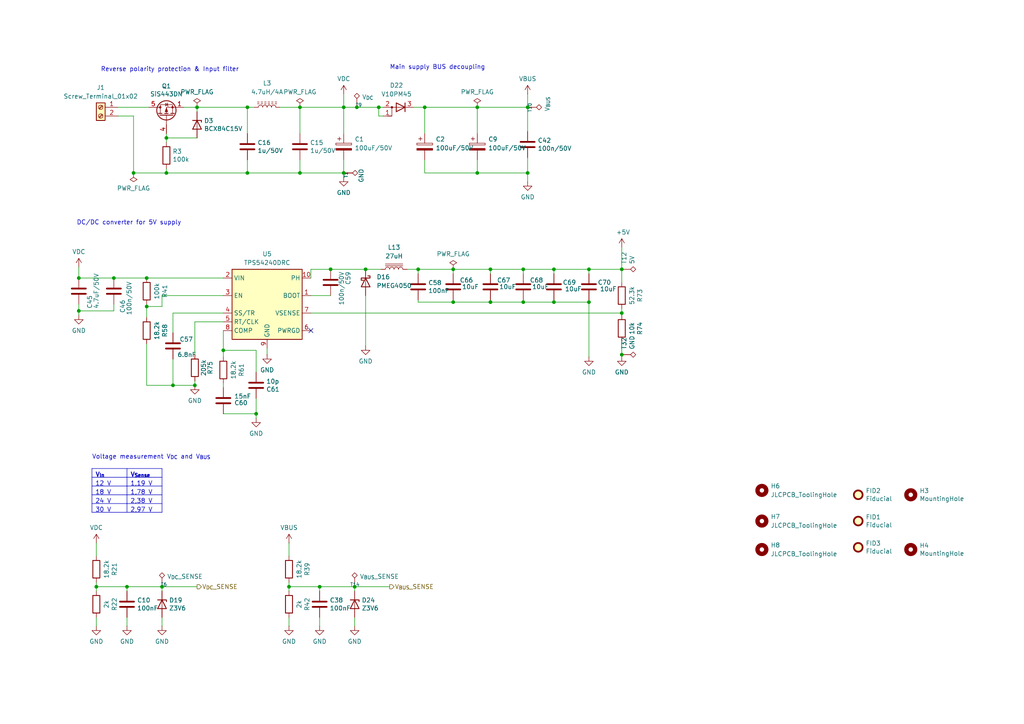
<source format=kicad_sch>
(kicad_sch (version 20250114) (generator "eeschema") (generator_version "9.0")
  (paper "A4")
  (title_block (title "HODOR (Highly flexible Open-source Door Operation Regulator)") (date "2025-02-21") (rev "00") (company "smartintech.de"))
  (lib_symbols
    (symbol "Connector:Screw_Terminal_01x02" (pin_names (offset 1.016) (hide yes))
      (property "Reference" "J" (at 0 2.54 0))
      (property "Value" "Screw_Terminal_01x02" (at 0 -5.08 0))
      (symbol "Screw_Terminal_01x02_1_1"
        (rectangle (start -1.27 1.27) (end 1.27 -3.81) (stroke (width 0.254)) (fill (type background)))
        (polyline (pts (xy -0.5334 0.3302) (xy 0.3302 -0.508)) (stroke (width 0.1524)))
        (polyline (pts (xy -0.5334 -2.2098) (xy 0.3302 -3.048)) (stroke (width 0.1524)))
        (polyline (pts (xy -0.3556 0.508) (xy 0.508 -0.3302)) (stroke (width 0.1524)))
        (polyline (pts (xy -0.3556 -2.032) (xy 0.508 -2.8702)) (stroke (width 0.1524)))
        (circle (center 0 0) (radius 0.635) (stroke (width 0.1524)))
        (circle (center 0 -2.54) (radius 0.635) (stroke (width 0.1524)))
        (pin passive line (at -5.08 0 0) (length 3.81) (name "Pin_1") (number "1"))
        (pin passive line (at -5.08 -2.54 0) (length 3.81) (name "Pin_2") (number "2"))
      )
    )
    (symbol "Connector:TestPoint_Alt" (pin_numbers (hide yes)) (pin_names (offset 0.762) (hide yes))
      (property "Reference" "TP" (at 0 6.858 0))
      (property "Value" "TestPoint_Alt" (at 0 5.08 0))
      (symbol "TestPoint_Alt_0_1"
        (polyline (pts (xy 0 2.54) (xy -0.762 3.302) (xy 0 4.064) (xy 0.762 3.302) (xy 0 2.54)))
      )
      (symbol "TestPoint_Alt_1_1"
        (pin passive line (at 0 0 90) (length 2.54) (name "1") (number "1"))
      )
    )
    (symbol "Converter_DCDC:TPS54240DRC"
      (property "Reference" "U" (at 3.556 -11.938 0))
      (property "Value" "TPS54240DRC" (at -8.89 -11.938 0))
      (symbol "TPS54240DRC_1_1"
        (rectangle (start -10.16 10.16) (end 10.16 -10.16) (stroke (width 0.254)) (fill (type background)))
        (pin power_in line (at -12.7 7.62 0) (length 2.54) (name "VIN") (number "2"))
        (pin input line (at -12.7 2.54 0) (length 2.54) (name "EN") (number "3"))
        (pin passive line (at -12.7 -2.54 0) (length 2.54) (name "SS/TR") (number "4"))
        (pin passive line (at -12.7 -5.08 0) (length 2.54) (name "RT/CLK") (number "5"))
        (pin passive line (at -12.7 -7.62 0) (length 2.54) (name "COMP") (number "8"))
        (pin passive line (at 0 -12.7 90) (length 2.54) (hide yes) (name "GND") (number "11"))
        (pin power_in line (at 0 -12.7 90) (length 2.54) (name "GND") (number "9"))
        (pin power_out line (at 12.7 7.62 180) (length 2.54) (name "PH") (number "10"))
        (pin input line (at 12.7 2.54 180) (length 2.54) (name "BOOT") (number "1"))
        (pin input line (at 12.7 -2.54 180) (length 2.54) (name "VSENSE") (number "7"))
        (pin open_collector line (at 12.7 -7.62 180) (length 2.54) (name "PWRGD") (number "6"))
      )
    )
    (symbol "Device:C" (pin_numbers (hide yes)) (pin_names (offset 0.254))
      (property "Reference" "C" (at 0.635 2.54 0))
      (property "Value" "C" (at 0.635 -2.54 0))
      (symbol "C_0_1"
        (polyline (pts (xy -2.032 0.762) (xy 2.032 0.762)) (stroke (width 0.508)))
        (polyline (pts (xy -2.032 -0.762) (xy 2.032 -0.762)) (stroke (width 0.508)))
      )
      (symbol "C_1_1"
        (pin passive line (at 0 3.81 270) (length 2.794) (name "~") (number "1"))
        (pin passive line (at 0 -3.81 90) (length 2.794) (name "~") (number "2"))
      )
    )
    (symbol "Device:C_Polarized" (pin_numbers (hide yes)) (pin_names (offset 0.254))
      (property "Reference" "C" (at 0.635 2.54 0))
      (property "Value" "C_Polarized" (at 0.635 -2.54 0))
      (symbol "C_Polarized_0_1"
        (rectangle (start -2.286 0.508) (end 2.286 1.016))
        (polyline (pts (xy -1.778 2.286) (xy -0.762 2.286)))
        (polyline (pts (xy -1.27 2.794) (xy -1.27 1.778)))
        (rectangle (start 2.286 -0.508) (end -2.286 -1.016) (fill (type outline)))
      )
      (symbol "C_Polarized_1_1"
        (pin passive line (at 0 3.81 270) (length 2.794) (name "~") (number "1"))
        (pin passive line (at 0 -3.81 90) (length 2.794) (name "~") (number "2"))
      )
    )
    (symbol "Device:D_AAK" (pin_names (offset 0) (hide yes))
      (property "Reference" "D" (at 0 2.54 0))
      (property "Value" "D_AAK" (at 0 -2.54 0))
      (symbol "D_AAK_0_1"
        (polyline (pts (xy -1.27 1.27) (xy -1.27 -1.27)) (stroke (width 0.254)))
        (polyline (pts (xy 1.27 1.27) (xy 1.27 -1.27) (xy -1.27 0) (xy 1.27 1.27)) (stroke (width 0.254)))
        (circle (center 2.54 0) (radius 0.254) (fill (type outline)))
        (polyline (pts (xy 3.81 2.54) (xy 2.54 2.54) (xy 2.54 0) (xy -1.27 0)))
      )
      (symbol "D_AAK_1_1"
        (pin passive line (at -3.81 0 0) (length 2.54) (name "K") (number "3"))
        (pin passive line (at 5.08 2.54 180) (length 2.54) (name "A") (number "1"))
        (pin passive line (at 5.08 0 180) (length 2.54) (name "A") (number "2"))
      )
    )
    (symbol "Device:D_Schottky" (pin_numbers (hide yes)) (pin_names (offset 1.016) (hide yes))
      (property "Reference" "D" (at 0 2.54 0))
      (property "Value" "D_Schottky" (at 0 -2.54 0))
      (symbol "D_Schottky_0_1"
        (polyline (pts (xy -1.905 0.635) (xy -1.905 1.27) (xy -1.27 1.27) (xy -1.27 -1.27) (xy -0.635 -1.27) (xy -0.635 -0.635)) (stroke (width 0.254)))
        (polyline (pts (xy 1.27 1.27) (xy 1.27 -1.27) (xy -1.27 0) (xy 1.27 1.27)) (stroke (width 0.254)))
        (polyline (pts (xy 1.27 0) (xy -1.27 0)))
      )
      (symbol "D_Schottky_1_1"
        (pin passive line (at -3.81 0 0) (length 2.54) (name "K") (number "1"))
        (pin passive line (at 3.81 0 180) (length 2.54) (name "A") (number "2"))
      )
    )
    (symbol "Device:D_Zener" (pin_numbers (hide yes)) (pin_names (offset 1.016) (hide yes))
      (property "Reference" "D" (at 0 2.54 0))
      (property "Value" "D_Zener" (at 0 -2.54 0))
      (symbol "D_Zener_0_1"
        (polyline (pts (xy -1.27 -1.27) (xy -1.27 1.27) (xy -0.762 1.27)) (stroke (width 0.254)))
        (polyline (pts (xy 1.27 0) (xy -1.27 0)))
        (polyline (pts (xy 1.27 -1.27) (xy 1.27 1.27) (xy -1.27 0) (xy 1.27 -1.27)) (stroke (width 0.254)))
      )
      (symbol "D_Zener_1_1"
        (pin passive line (at -3.81 0 0) (length 2.54) (name "K") (number "1"))
        (pin passive line (at 3.81 0 180) (length 2.54) (name "A") (number "2"))
      )
    )
    (symbol "Device:L_Ferrite" (pin_numbers (hide yes)) (pin_names (offset 1.016) (hide yes))
      (property "Reference" "L" (at -1.27 0 90))
      (property "Value" "L_Ferrite" (at 2.794 0 90))
      (symbol "L_Ferrite_0_1"
        (arc (start 0 2.54) (mid 0.6323 1.905) (end 0 1.27))
        (arc (start 0 1.27) (mid 0.6323 0.635) (end 0 0))
        (arc (start 0 0) (mid 0.6323 -0.635) (end 0 -1.27))
        (arc (start 0 -1.27) (mid 0.6323 -1.905) (end 0 -2.54))
        (polyline (pts (xy 1.016 2.286) (xy 1.016 2.794)))
        (polyline (pts (xy 1.016 1.27) (xy 1.016 1.778)))
        (polyline (pts (xy 1.016 0.254) (xy 1.016 0.762)))
        (polyline (pts (xy 1.016 -0.762) (xy 1.016 -0.254)))
        (polyline (pts (xy 1.016 -1.778) (xy 1.016 -1.27)))
        (polyline (pts (xy 1.016 -2.794) (xy 1.016 -2.286)))
        (polyline (pts (xy 1.524 2.794) (xy 1.524 2.286)))
        (polyline (pts (xy 1.524 1.778) (xy 1.524 1.27)))
        (polyline (pts (xy 1.524 0.762) (xy 1.524 0.254)))
        (polyline (pts (xy 1.524 -0.254) (xy 1.524 -0.762)))
        (polyline (pts (xy 1.524 -1.27) (xy 1.524 -1.778)))
        (polyline (pts (xy 1.524 -2.286) (xy 1.524 -2.794)))
      )
      (symbol "L_Ferrite_1_1"
        (pin passive line (at 0 3.81 270) (length 1.27) (name "1") (number "1"))
        (pin passive line (at 0 -3.81 90) (length 1.27) (name "2") (number "2"))
      )
    )
    (symbol "Device:L_Iron" (pin_numbers (hide yes)) (pin_names (offset 1.016) (hide yes))
      (property "Reference" "L" (at -1.27 0 90))
      (property "Value" "L_Iron" (at 2.794 0 90))
      (symbol "L_Iron_0_1"
        (arc (start 0 2.54) (mid 0.6323 1.905) (end 0 1.27))
        (arc (start 0 1.27) (mid 0.6323 0.635) (end 0 0))
        (arc (start 0 0) (mid 0.6323 -0.635) (end 0 -1.27))
        (arc (start 0 -1.27) (mid 0.6323 -1.905) (end 0 -2.54))
        (polyline (pts (xy 1.016 2.54) (xy 1.016 -2.54)))
        (polyline (pts (xy 1.524 -2.54) (xy 1.524 2.54)))
      )
      (symbol "L_Iron_1_1"
        (pin passive line (at 0 3.81 270) (length 1.27) (name "1") (number "1"))
        (pin passive line (at 0 -3.81 90) (length 1.27) (name "2") (number "2"))
      )
    )
    (symbol "Device:R" (pin_numbers (hide yes)) (pin_names (offset 0))
      (property "Reference" "R" (at 2.032 0 90))
      (property "Value" "R" (at 0 0 90))
      (symbol "R_0_1"
        (rectangle (start -1.016 -2.54) (end 1.016 2.54) (stroke (width 0.254)))
      )
      (symbol "R_1_1"
        (pin passive line (at 0 3.81 270) (length 1.27) (name "~") (number "1"))
        (pin passive line (at 0 -3.81 90) (length 1.27) (name "~") (number "2"))
      )
    )
    (symbol "Mechanical:Fiducial" (exclude_from_sim yes) (in_bom no)
      (property "Reference" "FID" (at 0 5.08 0))
      (property "Value" "Fiducial" (at 0 3.175 0))
      (symbol "Fiducial_0_1"
        (circle (center 0 0) (radius 1.27) (stroke (width 0.508)) (fill (type background)))
      )
    )
    (symbol "Mechanical:MountingHole" (pin_names (offset 1.016)) (exclude_from_sim yes) (in_bom no)
      (property "Reference" "H" (at 0 5.08 0))
      (property "Value" "MountingHole" (at 0 3.175 0))
      (symbol "MountingHole_0_1"
        (circle (center 0 0) (radius 1.27) (stroke (width 1.27)))
      )
    )
    (symbol "Transistor_FET:SiS443DN" (pin_names (hide yes))
      (property "Reference" "Q" (at 5.08 1.905 0))
      (property "Value" "SiS443DN" (at 5.08 0 0))
      (symbol "SiS443DN_0_1"
        (polyline (pts (xy 0.254 1.905) (xy 0.254 -1.905)) (stroke (width 0.254)))
        (polyline (pts (xy 0.254 0) (xy -2.54 0)))
        (polyline (pts (xy 0.762 2.286) (xy 0.762 1.27)) (stroke (width 0.254)))
        (polyline (pts (xy 0.762 1.778) (xy 3.302 1.778) (xy 3.302 -1.778) (xy 0.762 -1.778)))
        (polyline (pts (xy 0.762 0.508) (xy 0.762 -0.508)) (stroke (width 0.254)))
        (polyline (pts (xy 0.762 -1.27) (xy 0.762 -2.286)) (stroke (width 0.254)))
        (circle (center 1.651 0) (radius 2.794) (stroke (width 0.254)))
        (polyline (pts (xy 2.286 0) (xy 1.27 0.381) (xy 1.27 -0.381) (xy 2.286 0)) (fill (type outline)))
        (polyline (pts (xy 2.54 2.54) (xy 2.54 1.778)))
        (circle (center 2.54 1.778) (radius 0.254) (fill (type outline)))
        (circle (center 2.54 -1.778) (radius 0.254) (fill (type outline)))
        (polyline (pts (xy 2.54 -2.54) (xy 2.54 0) (xy 0.762 0)))
        (polyline (pts (xy 2.794 -0.508) (xy 2.921 -0.381) (xy 3.683 -0.381) (xy 3.81 -0.254)))
        (polyline (pts (xy 3.302 -0.381) (xy 2.921 0.254) (xy 3.683 0.254) (xy 3.302 -0.381)))
      )
      (symbol "SiS443DN_1_1"
        (pin passive line (at -5.08 0 0) (length 2.54) (name "G") (number "4"))
        (pin passive line (at 2.54 5.08 270) (length 2.54) (name "D") (number "5"))
        (pin passive line (at 2.54 -5.08 90) (length 2.54) (name "S") (number "1"))
        (pin passive line (at 2.54 -5.08 90) (length 2.54) (hide yes) (name "S") (number "2"))
        (pin passive line (at 2.54 -5.08 90) (length 2.54) (hide yes) (name "S") (number "3"))
      )
    )
    (symbol "hodor_custom_parts:JLCPCB_ToolingHole" (pin_names (offset 1.016)) (exclude_from_sim yes) (in_bom no)
      (property "Reference" "H" (at 0 5.08 0))
      (property "Value" "JLCPCB_ToolingHole" (at 0 3.175 0))
      (symbol "JLCPCB_ToolingHole_0_1"
        (circle (center 0 0) (radius 1.27) (stroke (width 1.27)))
      )
    )
    (symbol "power:+5V" (power) (pin_numbers (hide yes)) (pin_names (offset 0) (hide yes))
      (property "Value" "+5V" (at 0 3.556 0))
      (symbol "+5V_0_1"
        (polyline (pts (xy -0.762 1.27) (xy 0 2.54)))
        (polyline (pts (xy 0 2.54) (xy 0.762 1.27)))
        (polyline (pts (xy 0 0) (xy 0 2.54)))
      )
      (symbol "+5V_1_1"
        (pin power_in line (at 0 0 90) (length 0) (name "~") (number "1"))
      )
    )
    (symbol "power:GND" (power) (pin_numbers (hide yes)) (pin_names (offset 0) (hide yes))
      (property "Value" "GND" (at 0 -3.81 0))
      (symbol "GND_0_1"
        (polyline (pts (xy 0 0) (xy 0 -1.27) (xy 1.27 -1.27) (xy 0 -2.54) (xy -1.27 -1.27) (xy 0 -1.27)))
      )
      (symbol "GND_1_1"
        (pin power_in line (at 0 0 270) (length 0) (name "~") (number "1"))
      )
    )
    (symbol "power:PWR_FLAG" (power) (pin_numbers (hide yes)) (pin_names (offset 0) (hide yes))
      (property "Value" "PWR_FLAG" (at 0 3.81 0))
      (symbol "PWR_FLAG_0_0"
        (pin power_out line (at 0 0 90) (length 0) (name "~") (number "1"))
      )
      (symbol "PWR_FLAG_0_1"
        (polyline (pts (xy 0 0) (xy 0 1.27) (xy -1.016 1.905) (xy 0 2.54) (xy 1.016 1.905) (xy 0 1.27)))
      )
    )
    (symbol "power:VBUS" (power) (pin_numbers (hide yes)) (pin_names (offset 0) (hide yes))
      (property "Value" "VBUS" (at 0 3.556 0))
      (symbol "VBUS_0_1"
        (polyline (pts (xy -0.762 1.27) (xy 0 2.54)))
        (polyline (pts (xy 0 2.54) (xy 0.762 1.27)))
        (polyline (pts (xy 0 0) (xy 0 2.54)))
      )
      (symbol "VBUS_1_1"
        (pin power_in line (at 0 0 90) (length 0) (name "~") (number "1"))
      )
    )
    (symbol "power:VDC" (power) (pin_numbers (hide yes)) (pin_names (offset 0) (hide yes))
      (property "Value" "VDC" (at 0 3.556 0))
      (symbol "VDC_0_1"
        (polyline (pts (xy -0.762 1.27) (xy 0 2.54)))
        (polyline (pts (xy 0 2.54) (xy 0.762 1.27)))
        (polyline (pts (xy 0 0) (xy 0 2.54)))
      )
      (symbol "VDC_1_1"
        (pin power_in line (at 0 0 90) (length 0) (name "~") (number "1"))
      )
    )
  )
  (text "DC/DC converter for 5V supply" (at 22.225 65.405 0) (effects (font (size 1.27 1.27)) (justify left bottom)))
  (text "Voltage measurement V_{DC} and V_{BUS}" (at 26.67 133.35 0) (effects (font (size 1.27 1.27)) (justify left bottom)))
  (text "Reverse polarity protection & Input filter" (at 29.21 20.955 0) (effects (font (size 1.27 1.27)) (justify left bottom)))
  (text "Main supply BUS decoupling" (at 113.03 20.32 0) (effects (font (size 1.27 1.27)) (justify left bottom)))
  (junction (at 160.655 87.63))
  (junction (at 99.695 31.115))
  (junction (at 56.515 111.76))
  (junction (at 42.545 88.9))
  (junction (at 36.83 170.18))
  (junction (at 180.34 102.87))
  (junction (at 50.165 111.76))
  (junction (at 138.43 31.115))
  (junction (at 92.71 170.18))
  (junction (at 170.815 87.63))
  (junction (at 48.26 40.005))
  (junction (at 46.99 170.18))
  (junction (at 170.815 78.105))
  (junction (at 102.87 170.18))
  (junction (at 83.82 170.18))
  (junction (at 74.295 120.015))
  (junction (at 64.77 101.6))
  (junction (at 106.045 78.105))
  (junction (at 22.86 90.17))
  (junction (at 86.995 31.115))
  (junction (at 38.735 50.165))
  (junction (at 22.86 80.645))
  (junction (at 86.995 50.165))
  (junction (at 95.885 78.105))
  (junction (at 151.765 78.105))
  (junction (at 71.755 50.165))
  (junction (at 42.545 80.645))
  (junction (at 180.34 78.105))
  (junction (at 131.445 87.63))
  (junction (at 142.24 78.105))
  (junction (at 103.505 31.115))
  (junction (at 33.02 80.645))
  (junction (at 99.695 50.165))
  (junction (at 142.24 87.63))
  (junction (at 27.94 170.18))
  (junction (at 151.765 87.63))
  (junction (at 153.035 50.165))
  (junction (at 180.34 90.805))
  (junction (at 131.445 78.105))
  (junction (at 138.43 50.165))
  (junction (at 153.035 31.115))
  (junction (at 57.15 31.115))
  (junction (at 121.285 78.105))
  (junction (at 71.755 31.115))
  (junction (at 48.26 50.165))
  (junction (at 109.855 31.115))
  (junction (at 123.19 31.115))
  (junction (at 160.655 78.105))
  (no_connect (at 90.17 95.885))
  (wire (pts (xy 170.815 78.105) (xy 170.815 79.375)))
  (wire (pts (xy 42.545 88.9) (xy 42.545 88.265)))
  (wire (pts (xy 86.995 50.165) (xy 99.695 50.165)))
  (wire (pts (xy 95.885 78.105) (xy 106.045 78.105)))
  (wire (pts (xy 180.34 90.805) (xy 180.34 91.44)))
  (wire (pts (xy 83.82 168.91) (xy 83.82 170.18)))
  (wire (pts (xy 38.735 50.165) (xy 48.26 50.165)))
  (wire (pts (xy 57.15 31.115) (xy 71.755 31.115)))
  (wire (pts (xy 138.43 31.115) (xy 123.19 31.115)))
  (wire (pts (xy 111.125 33.655) (xy 109.855 33.655)))
  (wire (pts (xy 33.02 88.265) (xy 33.02 90.17)))
  (wire (pts (xy 170.815 86.995) (xy 170.815 87.63)))
  (wire (pts (xy 118.11 78.105) (xy 121.285 78.105)))
  (wire (pts (xy 102.87 171.45) (xy 102.87 170.18)))
  (wire (pts (xy 50.165 90.805) (xy 50.165 96.52)))
  (wire (pts (xy 36.83 170.18) (xy 46.99 170.18)))
  (wire (pts (xy 138.43 38.735) (xy 138.43 31.115)))
  (wire (pts (xy 138.43 50.165) (xy 138.43 46.355)))
  (wire (pts (xy 160.655 78.105) (xy 170.815 78.105)))
  (wire (pts (xy 56.515 110.49) (xy 56.515 111.76)))
  (wire (pts (xy 56.515 93.345) (xy 56.515 102.87)))
  (wire (pts (xy 86.995 38.735) (xy 86.995 31.115)))
  (wire (pts (xy 71.755 46.355) (xy 71.755 50.165)))
  (wire (pts (xy 92.71 170.18) (xy 102.87 170.18)))
  (wire (pts (xy 71.755 31.115) (xy 73.66 31.115)))
  (wire (pts (xy 71.755 31.115) (xy 71.755 38.735)))
  (wire (pts (xy 86.995 31.115) (xy 99.695 31.115)))
  (wire (pts (xy 131.445 78.105) (xy 131.445 79.375)))
  (wire (pts (xy 153.035 50.165) (xy 153.035 52.705)))
  (wire (pts (xy 27.94 179.07) (xy 27.94 181.61)))
  (wire (pts (xy 180.34 78.105) (xy 180.34 81.915)))
  (wire (pts (xy 83.82 170.18) (xy 83.82 171.45)))
  (wire (pts (xy 103.505 31.115) (xy 109.855 31.115)))
  (wire (pts (xy 131.445 78.105) (xy 142.24 78.105)))
  (wire (pts (xy 180.34 102.87) (xy 180.34 103.505)))
  (wire (pts (xy 131.445 87.63) (xy 142.24 87.63)))
  (wire (pts (xy 102.87 170.18) (xy 113.03 170.18)))
  (wire (pts (xy 34.29 33.655) (xy 38.735 33.655)))
  (wire (pts (xy 106.045 85.725) (xy 106.045 100.33)))
  (wire (pts (xy 153.035 45.72) (xy 153.035 50.165)))
  (wire (pts (xy 180.34 71.755) (xy 180.34 78.105)))
  (wire (pts (xy 151.765 78.105) (xy 160.655 78.105)))
  (wire (pts (xy 38.735 33.655) (xy 38.735 50.165)))
  (wire (pts (xy 153.035 31.115) (xy 153.035 27.305)))
  (wire (pts (xy 74.295 115.57) (xy 74.295 120.015)))
  (wire (pts (xy 99.695 31.115) (xy 99.695 38.735)))
  (wire (pts (xy 99.695 50.165) (xy 99.695 51.435)))
  (wire (pts (xy 46.99 88.9) (xy 42.545 88.9)))
  (wire (pts (xy 123.19 50.165) (xy 123.19 46.355)))
  (wire (pts (xy 160.655 86.995) (xy 160.655 87.63)))
  (wire (pts (xy 138.43 31.115) (xy 153.035 31.115)))
  (wire (pts (xy 83.82 179.07) (xy 83.82 181.61)))
  (wire (pts (xy 99.695 31.115) (xy 103.505 31.115)))
  (wire (pts (xy 50.165 111.76) (xy 56.515 111.76)))
  (wire (pts (xy 99.695 46.355) (xy 99.695 50.165)))
  (wire (pts (xy 42.545 80.645) (xy 64.77 80.645)))
  (wire (pts (xy 160.655 87.63) (xy 170.815 87.63)))
  (wire (pts (xy 64.77 85.725) (xy 46.99 85.725)))
  (wire (pts (xy 180.34 99.06) (xy 180.34 102.87)))
  (wire (pts (xy 142.24 86.995) (xy 142.24 87.63)))
  (wire (pts (xy 64.77 101.6) (xy 74.295 101.6)))
  (wire (pts (xy 109.855 31.115) (xy 109.855 33.655)))
  (wire (pts (xy 48.26 40.005) (xy 57.15 40.005)))
  (wire (pts (xy 64.77 103.505) (xy 64.77 101.6)))
  (wire (pts (xy 34.29 31.115) (xy 43.18 31.115)))
  (wire (pts (xy 48.26 40.005) (xy 48.26 41.275)))
  (wire (pts (xy 46.99 170.18) (xy 57.15 170.18)))
  (wire (pts (xy 27.94 170.18) (xy 36.83 170.18)))
  (wire (pts (xy 99.695 31.115) (xy 99.695 27.305)))
  (wire (pts (xy 22.86 90.17) (xy 22.86 91.44)))
  (wire (pts (xy 48.26 38.735) (xy 48.26 40.005)))
  (wire (pts (xy 77.47 102.87) (xy 77.47 100.965)))
  (wire (pts (xy 42.545 99.695) (xy 42.545 111.76)))
  (wire (pts (xy 81.28 31.115) (xy 86.995 31.115)))
  (wire (pts (xy 142.24 87.63) (xy 151.765 87.63)))
  (wire (pts (xy 48.26 50.165) (xy 48.26 48.895)))
  (wire (pts (xy 90.17 80.645) (xy 90.17 78.105)))
  (wire (pts (xy 131.445 86.995) (xy 131.445 87.63)))
  (wire (pts (xy 106.045 78.105) (xy 110.49 78.105)))
  (wire (pts (xy 138.43 50.165) (xy 123.19 50.165)))
  (wire (pts (xy 83.82 170.18) (xy 92.71 170.18)))
  (wire (pts (xy 64.77 120.015) (xy 74.295 120.015)))
  (wire (pts (xy 121.285 87.63) (xy 131.445 87.63)))
  (wire (pts (xy 22.86 77.47) (xy 22.86 80.645)))
  (wire (pts (xy 102.87 179.07) (xy 102.87 181.61)))
  (wire (pts (xy 142.24 78.105) (xy 142.24 79.375)))
  (wire (pts (xy 121.285 78.105) (xy 131.445 78.105)))
  (wire (pts (xy 36.83 179.07) (xy 36.83 181.61)))
  (wire (pts (xy 27.94 157.48) (xy 27.94 161.29)))
  (wire (pts (xy 138.43 50.165) (xy 153.035 50.165)))
  (wire (pts (xy 42.545 88.9) (xy 42.545 92.075)))
  (wire (pts (xy 57.15 31.115) (xy 57.15 32.385)))
  (wire (pts (xy 92.71 171.45) (xy 92.71 170.18)))
  (wire (pts (xy 170.815 78.105) (xy 180.34 78.105)))
  (wire (pts (xy 33.02 80.645) (xy 42.545 80.645)))
  (wire (pts (xy 160.655 78.105) (xy 160.655 79.375)))
  (wire (pts (xy 123.19 38.735) (xy 123.19 31.115)))
  (wire (pts (xy 71.755 50.165) (xy 86.995 50.165)))
  (wire (pts (xy 153.035 38.1) (xy 153.035 31.115)))
  (wire (pts (xy 48.26 50.165) (xy 71.755 50.165)))
  (wire (pts (xy 46.99 85.725) (xy 46.99 88.9)))
  (wire (pts (xy 90.17 85.725) (xy 95.885 85.725)))
  (wire (pts (xy 22.86 80.645) (xy 33.02 80.645)))
  (wire (pts (xy 86.995 46.355) (xy 86.995 50.165)))
  (wire (pts (xy 109.855 31.115) (xy 111.125 31.115)))
  (wire (pts (xy 74.295 107.95) (xy 74.295 101.6)))
  (wire (pts (xy 121.285 78.105) (xy 121.285 79.375)))
  (wire (pts (xy 64.77 111.125) (xy 64.77 112.395)))
  (wire (pts (xy 46.99 179.07) (xy 46.99 181.61)))
  (wire (pts (xy 120.015 31.115) (xy 123.19 31.115)))
  (wire (pts (xy 121.285 87.63) (xy 121.285 86.995)))
  (wire (pts (xy 64.77 95.885) (xy 64.77 101.6)))
  (wire (pts (xy 64.77 93.345) (xy 56.515 93.345)))
  (wire (pts (xy 46.99 171.45) (xy 46.99 170.18)))
  (wire (pts (xy 90.17 78.105) (xy 95.885 78.105)))
  (wire (pts (xy 90.17 90.805) (xy 180.34 90.805)))
  (wire (pts (xy 83.82 157.48) (xy 83.82 161.29)))
  (wire (pts (xy 170.815 87.63) (xy 170.815 103.505)))
  (wire (pts (xy 180.34 89.535) (xy 180.34 90.805)))
  (wire (pts (xy 151.765 86.995) (xy 151.765 87.63)))
  (wire (pts (xy 53.34 31.115) (xy 57.15 31.115)))
  (wire (pts (xy 27.94 170.18) (xy 27.94 171.45)))
  (wire (pts (xy 22.86 88.265) (xy 22.86 90.17)))
  (wire (pts (xy 64.77 90.805) (xy 50.165 90.805)))
  (wire (pts (xy 151.765 87.63) (xy 160.655 87.63)))
  (wire (pts (xy 92.71 179.07) (xy 92.71 181.61)))
  (wire (pts (xy 42.545 111.76) (xy 50.165 111.76)))
  (wire (pts (xy 50.165 104.14) (xy 50.165 111.76)))
  (wire (pts (xy 151.765 78.105) (xy 151.765 79.375)))
  (wire (pts (xy 36.83 171.45) (xy 36.83 170.18)))
  (wire (pts (xy 142.24 78.105) (xy 151.765 78.105)))
  (wire (pts (xy 33.02 90.17) (xy 22.86 90.17)))
  (wire (pts (xy 74.295 120.015) (xy 74.295 121.285)))
  (wire (pts (xy 27.94 168.91) (xy 27.94 170.18)))
  (table (column_count 2) (border (external yes) (header yes)) (separators (rows yes) (cols yes)) (column_widths 10.16 10.16) (row_heights 2.54 2.54 2.54 2.54 2.54) (cells (table_cell "V_{In}" (at 26.67 135.89 0) (size 10.16 2.54) (margins 0.9525 0.9525 0.9525 0.9525) (span 1 1)) (table_cell "V_{Sense}" (at 36.83 135.89 0) (size 10.16 2.54) (margins 0.9525 0.9525 0.9525 0.9525) (span 1 1)) (table_cell "12 V" (at 26.67 138.43 0) (size 10.16 2.54) (margins 0.9525 0.9525 0.9525 0.9525) (span 1 1)) (table_cell "1,19 V" (at 36.83 138.43 0) (size 10.16 2.54) (margins 0.9525 0.9525 0.9525 0.9525) (span 1 1)) (table_cell "18 V" (at 26.67 140.97 0) (size 10.16 2.54) (margins 0.9525 0.9525 0.9525 0.9525) (span 1 1)) (table_cell "1,78 V" (at 36.83 140.97 0) (size 10.16 2.54) (margins 0.9525 0.9525 0.9525 0.9525) (span 1 1)) (table_cell "24 V" (at 26.67 143.51 0) (size 10.16 2.54) (margins 0.9525 0.9525 0.9525 0.9525) (span 1 1)) (table_cell "2,38 V" (at 36.83 143.51 0) (size 10.16 2.54) (margins 0.9525 0.9525 0.9525 0.9525) (span 1 1)) (table_cell "30 V" (at 26.67 146.05 0) (size 10.16 2.54) (margins 0.9525 0.9525 0.9525 0.9525) (span 1 1)) (table_cell "2,97 V" (at 36.83 146.05 0) (size 10.16 2.54) (margins 0.9525 0.9525 0.9525 0.9525) (span 1 1))))
  (hierarchical_label "V_{BUS}_SENSE" (shape output) (at 113.03 170.18 0))
  (hierarchical_label "V_{DC}_SENSE" (shape output) (at 57.15 170.18 0))
  (symbol (lib_id "Mechanical:MountingHole") (at 264.16 143.51 0) (unit 1)
    (property "Reference" "H3" (at 266.7 142.3416 0) (effects (justify left)))
    (property "Value" "MountingHole" (at 266.7 144.653 0) (effects (justify left)))
    (property "Footprint" "MountingHole:MountingHole_3.2mm_M3" (effects (hide yes)))
    (property "Description" "Mounting Hole without connection" (effects (hide yes)))
  )
  (symbol (lib_id "Mechanical:Fiducial") (at 248.92 143.51 0) (unit 1)
    (property "Reference" "FID2" (at 251.079 142.3416 0) (effects (justify left)))
    (property "Value" "Fiducial" (at 251.079 144.653 0) (effects (justify left)))
    (property "Footprint" "Fiducial:Fiducial_1mm_Mask2mm" (effects (hide yes)))
    (property "Description" "Fiducial Marker" (effects (hide yes)))
  )
  (symbol (lib_id "Mechanical:Fiducial") (at 248.92 151.13 0) (unit 1)
    (property "Reference" "FID1" (at 251.079 149.9616 0) (effects (justify left)))
    (property "Value" "Fiducial" (at 251.079 152.273 0) (effects (justify left)))
    (property "Footprint" "Fiducial:Fiducial_1mm_Mask2mm" (effects (hide yes)))
    (property "Description" "Fiducial Marker" (effects (hide yes)))
  )
  (symbol (lib_id "Mechanical:Fiducial") (at 248.92 158.75 0) (unit 1)
    (property "Reference" "FID3" (at 251.079 157.5816 0) (effects (justify left)))
    (property "Value" "Fiducial" (at 251.079 159.893 0) (effects (justify left)))
    (property "Footprint" "Fiducial:Fiducial_1mm_Mask2mm" (effects (hide yes)))
    (property "Description" "Fiducial Marker" (effects (hide yes)))
  )
  (symbol (lib_id "Device:C") (at 153.035 41.91 0) (unit 1)
    (property "Reference" "C42" (at 155.956 40.7416 0) (effects (justify left)))
    (property "Value" "100n/50V" (at 155.956 43.053 0) (effects (justify left)))
    (property "Footprint" "Capacitor_SMD:C_0603_1608Metric" (effects (hide yes)))
    (property "Description" "Unpolarized capacitor" (effects (hide yes)))
  )
  (symbol (lib_id "Transistor_FET:SiS443DN") (at 48.26 33.655 90) (unit 1)
    (property "Reference" "Q1" (at 48.26 24.9682 90))
    (property "Value" "SiS443DN" (at 48.26 27.2796 90))
    (property "Footprint" "Package_SO:Vishay_PowerPAK_1212-8_Single" (effects (hide yes)))
    (property "Datasheet" "https://www.vishay.com/docs/63253/sis443dn.pdf" (effects (hide yes)))
    (property "Description" "-35A Id, -40V Vds, P-Channel MOSFET, PowerPAK 1212-8 Single" (effects (hide yes)))
  )
  (symbol (lib_id "Device:R") (at 48.26 45.085 0) (unit 1)
    (property "Reference" "R3" (at 50.038 43.9166 0) (effects (justify left)))
    (property "Value" "100k" (at 50.038 46.228 0) (effects (justify left)))
    (property "Footprint" "Resistor_SMD:R_0402_1005Metric" (effects (hide yes)))
    (property "Description" "Resistor" (effects (hide yes)))
  )
  (symbol (lib_id "Device:D_Zener") (at 57.15 36.195 270) (unit 1)
    (property "Reference" "D3" (at 59.182 35.0266 90) (effects (justify left)))
    (property "Value" "BCX84C15V" (at 59.182 37.338 90) (effects (justify left)))
    (property "Footprint" "Diode_SMD:D_SOD-523" (effects (hide yes)))
    (property "Description" "Zener diode" (effects (hide yes)))
  )
  (symbol (lib_id "Device:C") (at 86.995 42.545 0) (unit 1)
    (property "Reference" "C15" (at 89.916 41.3766 0) (effects (justify left)))
    (property "Value" "1u/50V" (at 89.916 43.688 0) (effects (justify left)))
    (property "Footprint" "Capacitor_SMD:C_0805_2012Metric" (effects (hide yes)))
    (property "Description" "Unpolarized capacitor" (effects (hide yes)))
  )
  (symbol (lib_id "Device:R") (at 27.94 165.1 180) (unit 1)
    (property "Reference" "R21" (at 33.1978 165.1 90))
    (property "Value" "18.2k" (at 30.8864 165.1 90))
    (property "Footprint" "Resistor_SMD:R_0402_1005Metric" (effects (hide yes)))
    (property "Description" "Resistor" (effects (hide yes)))
  )
  (symbol (lib_id "Device:R") (at 27.94 175.26 180) (unit 1)
    (property "Reference" "R22" (at 33.1978 175.26 90))
    (property "Value" "2k" (at 30.8864 175.26 90))
    (property "Footprint" "Resistor_SMD:R_0402_1005Metric" (effects (hide yes)))
    (property "Description" "Resistor" (effects (hide yes)))
  )
  (symbol (lib_id "Device:C") (at 36.83 175.26 0) (unit 1)
    (property "Reference" "C10" (at 39.751 174.0916 0) (effects (justify left)))
    (property "Value" "100nF" (at 39.751 176.403 0) (effects (justify left)))
    (property "Footprint" "Capacitor_SMD:C_0402_1005Metric" (effects (hide yes)))
    (property "Description" "Unpolarized capacitor" (effects (hide yes)))
  )
  (symbol (lib_id "Device:D_Zener") (at 46.99 175.26 270) (unit 1)
    (property "Reference" "D19" (at 49.022 174.0916 90) (effects (justify left)))
    (property "Value" "Z3V6" (at 49.022 176.403 90) (effects (justify left)))
    (property "Footprint" "Diode_SMD:D_SOD-523" (effects (hide yes)))
    (property "Description" "Zener diode" (effects (hide yes)))
  )
  (symbol (lib_id "Connector:TestPoint_Alt") (at 180.34 102.87 270) (unit 1) (in_bom no)
    (property "Reference" "T32" (at 181.0004 101.3968 0) (effects (justify right)))
    (property "Value" "GND" (at 183.3118 101.3968 0) (effects (justify right)))
    (property "Footprint" "TestPoint:TestPoint_Pad_1.0x1.0mm" (effects (hide yes)))
    (property "Description" "test point (alternative shape)" (effects (hide yes)))
  )
  (symbol (lib_id "Connector:TestPoint_Alt") (at 180.34 78.105 270) (unit 1) (in_bom no)
    (property "Reference" "T12" (at 181.0004 76.6318 0) (effects (justify right)))
    (property "Value" "5V" (at 183.3118 76.6318 0) (effects (justify right)))
    (property "Footprint" "TestPoint:TestPoint_Pad_D1.0mm" (effects (hide yes)))
    (property "Description" "test point (alternative shape)" (effects (hide yes)))
  )
  (symbol (lib_id "Device:C") (at 142.24 83.185 0) (unit 1)
    (property "Reference" "C67" (at 144.145 81.28 0) (effects (justify left)))
    (property "Value" "10uF" (at 144.78 83.185 0) (effects (justify left)))
    (property "Footprint" "Capacitor_SMD:C_0805_2012Metric" (effects (hide yes)))
    (property "Description" "Unpolarized capacitor" (effects (hide yes)))
  )
  (symbol (lib_id "Device:C_Polarized") (at 123.19 42.545 0) (unit 1)
    (property "Reference" "C2" (at 126.365 40.3859 0) (effects (justify left)))
    (property "Value" "100uF/50V" (at 126.365 42.9259 0) (effects (justify left)))
    (property "Footprint" "Capacitor_SMD:C_Elec_8x10.2" (effects (hide yes)))
    (property "Description" "Polarized capacitor" (effects (hide yes)))
  )
  (symbol (lib_id "Device:R") (at 64.77 107.315 180) (unit 1)
    (property "Reference" "R61" (at 70.0278 107.315 90))
    (property "Value" "18.2k" (at 67.7164 107.315 90))
    (property "Footprint" "Resistor_SMD:R_0402_1005Metric" (effects (hide yes)))
    (property "Description" "Resistor" (effects (hide yes)))
  )
  (symbol (lib_id "hodor_custom_parts:JLCPCB_ToolingHole") (at 220.98 142.24 0) (unit 1) (exclude_from_sim yes) (in_bom no)
    (property "Reference" "H6" (at 223.52 140.9699 0) (effects (justify left)))
    (property "Value" "JLCPCB_ToolingHole" (at 223.52 143.5099 0) (effects (justify left)))
    (property "Footprint" "hodor_footprints:JLCPCB_ToolingHole" (effects (hide yes)))
    (property "Description" "JLCPCB Tooling Hole" (effects (hide yes)))
  )
  (symbol (lib_id "Device:D_Zener") (at 102.87 175.26 270) (unit 1)
    (property "Reference" "D24" (at 104.902 174.0916 90) (effects (justify left)))
    (property "Value" "Z3V6" (at 104.902 176.403 90) (effects (justify left)))
    (property "Footprint" "Diode_SMD:D_SOD-523" (effects (hide yes)))
    (property "Description" "Zener diode" (effects (hide yes)))
  )
  (symbol (lib_id "power:VBUS") (at 153.035 27.305 0) (unit 1)
    (property "Reference" "#PWR047" (effects (hide yes)))
    (property "Value" "VBUS" (at 153.035 22.86 0))
    (property "Description" "Power symbol creates a global label with name \"VBUS\"" (effects (hide yes)))
  )
  (symbol (lib_id "power:GND") (at 180.34 103.505 0) (unit 1)
    (property "Reference" "#PWR016" (effects (hide yes)))
    (property "Value" "GND" (at 180.34 107.95 0))
    (property "Description" "Power symbol creates a global label with name \"GND\" , ground" (effects (hide yes)))
  )
  (symbol (lib_id "power:VBUS") (at 83.82 157.48 0) (unit 1)
    (property "Reference" "#PWR09" (effects (hide yes)))
    (property "Value" "VBUS" (at 83.82 153.035 0))
    (property "Description" "Power symbol creates a global label with name \"VBUS\"" (effects (hide yes)))
  )
  (symbol (lib_id "Device:C") (at 22.86 84.455 0) (unit 1)
    (property "Reference" "C45" (at 26.035 89.535 90) (effects (justify left)))
    (property "Value" "4.7uF/50V" (at 27.94 89.535 90) (effects (justify left)))
    (property "Footprint" "Capacitor_SMD:C_1206_3216Metric" (effects (hide yes)))
    (property "Description" "Unpolarized capacitor" (effects (hide yes)))
  )
  (symbol (lib_id "Device:R") (at 42.545 84.455 180) (unit 1)
    (property "Reference" "R41" (at 47.8028 84.455 90))
    (property "Value" "100k" (at 45.4914 84.455 90))
    (property "Footprint" "Resistor_SMD:R_0402_1005Metric" (effects (hide yes)))
    (property "Description" "Resistor" (effects (hide yes)))
  )
  (symbol (lib_id "power:GND") (at 77.47 102.87 0) (unit 1)
    (property "Reference" "#PWR0106" (effects (hide yes)))
    (property "Value" "GND" (at 77.47 107.315 0))
    (property "Description" "Power symbol creates a global label with name \"GND\" , ground" (effects (hide yes)))
  )
  (symbol (lib_id "Mechanical:MountingHole") (at 264.16 159.385 0) (unit 1)
    (property "Reference" "H4" (at 266.7 158.2166 0) (effects (justify left)))
    (property "Value" "MountingHole" (at 266.7 160.528 0) (effects (justify left)))
    (property "Footprint" "MountingHole:MountingHole_3.2mm_M3" (effects (hide yes)))
    (property "Description" "Mounting Hole without connection" (effects (hide yes)))
  )
  (symbol (lib_id "Connector:TestPoint_Alt") (at 102.87 170.18 0) (mirror y) (unit 1) (in_bom no)
    (property "Reference" "T14" (at 104.3432 169.5196 0) (effects (font (size 0.9906 0.9906)) (justify left)))
    (property "Value" "V_{BUS}_SENSE" (at 104.3432 167.2082 0) (effects (justify right)))
    (property "Footprint" "TestPoint:TestPoint_Pad_D1.0mm" (effects (hide yes)))
    (property "Description" "test point (alternative shape)" (effects (hide yes)))
  )
  (symbol (lib_id "hodor_custom_parts:JLCPCB_ToolingHole") (at 220.98 151.13 0) (unit 1) (exclude_from_sim yes) (in_bom no)
    (property "Reference" "H7" (at 223.52 149.8599 0) (effects (justify left)))
    (property "Value" "JLCPCB_ToolingHole" (at 223.52 152.3999 0) (effects (justify left)))
    (property "Footprint" "hodor_footprints:JLCPCB_ToolingHole" (effects (hide yes)))
    (property "Description" "JLCPCB Tooling Hole" (effects (hide yes)))
  )
  (symbol (lib_id "Device:R") (at 83.82 175.26 180) (unit 1)
    (property "Reference" "R42" (at 89.0778 175.26 90))
    (property "Value" "2k" (at 86.7664 175.26 90))
    (property "Footprint" "Resistor_SMD:R_0402_1005Metric" (effects (hide yes)))
    (property "Description" "Resistor" (effects (hide yes)))
  )
  (symbol (lib_id "power:GND") (at 22.86 91.44 0) (unit 1)
    (property "Reference" "#PWR0114" (effects (hide yes)))
    (property "Value" "GND" (at 22.86 95.885 0))
    (property "Description" "Power symbol creates a global label with name \"GND\" , ground" (effects (hide yes)))
  )
  (symbol (lib_id "power:GND") (at 170.815 103.505 0) (unit 1)
    (property "Reference" "#PWR017" (effects (hide yes)))
    (property "Value" "GND" (at 170.815 107.95 0))
    (property "Description" "Power symbol creates a global label with name \"GND\" , ground" (effects (hide yes)))
  )
  (symbol (lib_id "Device:R") (at 180.34 85.725 180) (unit 1)
    (property "Reference" "R73" (at 185.5978 85.725 90))
    (property "Value" "52.3k" (at 183.2864 85.725 90))
    (property "Footprint" "Resistor_SMD:R_0402_1005Metric" (effects (hide yes)))
    (property "Description" "Resistor" (effects (hide yes)))
  )
  (symbol (lib_id "Device:C") (at 121.285 83.185 0) (unit 1)
    (property "Reference" "C58" (at 124.206 82.0166 0) (effects (justify left)))
    (property "Value" "100nF" (at 124.206 84.328 0) (effects (justify left)))
    (property "Footprint" "Capacitor_SMD:C_0402_1005Metric" (effects (hide yes)))
    (property "Description" "Unpolarized capacitor" (effects (hide yes)))
  )
  (symbol (lib_id "Device:L_Ferrite") (at 77.47 31.115 90) (unit 1)
    (property "Reference" "L3" (at 77.47 24.13 90))
    (property "Value" "4.7uH/4A" (at 77.47 26.67 90))
    (property "Footprint" "Inductor_SMD:L_Wuerth_MAPI-4020" (effects (hide yes)))
    (property "Description" "Inductor with ferrite core" (effects (hide yes)))
  )
  (symbol (lib_id "power:+5V") (at 180.34 71.755 0) (unit 1)
    (property "Reference" "#PWR0128" (effects (hide yes)))
    (property "Value" "+5V" (at 180.721 67.3608 0))
    (property "Description" "Power symbol creates a global label with name \"+5V\"" (effects (hide yes)))
  )
  (symbol (lib_id "power:PWR_FLAG") (at 131.445 78.105 0) (unit 1)
    (property "Reference" "#FLG02" (effects (hide yes)))
    (property "Value" "PWR_FLAG" (at 131.445 73.66 0))
    (property "Description" "Special symbol for telling ERC where power comes from" (effects (hide yes)))
  )
  (symbol (lib_id "power:GND") (at 56.515 111.76 0) (unit 1)
    (property "Reference" "#PWR0113" (effects (hide yes)))
    (property "Value" "GND" (at 56.515 116.205 0))
    (property "Description" "Power symbol creates a global label with name \"GND\" , ground" (effects (hide yes)))
  )
  (symbol (lib_id "Device:R") (at 42.545 95.885 180) (unit 1)
    (property "Reference" "R58" (at 47.8028 95.885 90))
    (property "Value" "18.2k" (at 45.4914 95.885 90))
    (property "Footprint" "Resistor_SMD:R_0402_1005Metric" (effects (hide yes)))
    (property "Description" "Resistor" (effects (hide yes)))
  )
  (symbol (lib_id "Device:C") (at 74.295 111.76 0) (mirror x) (unit 1)
    (property "Reference" "C61" (at 77.216 112.9284 0) (effects (justify left)))
    (property "Value" "10p" (at 77.216 110.617 0) (effects (justify left)))
    (property "Footprint" "Capacitor_SMD:C_0402_1005Metric" (effects (hide yes)))
    (property "Description" "Unpolarized capacitor" (effects (hide yes)))
  )
  (symbol (lib_id "Converter_DCDC:TPS54240DRC") (at 77.47 88.265 0) (unit 1)
    (property "Reference" "U5" (at 77.47 73.66 0))
    (property "Value" "TPS54240DRC" (at 77.47 76.2 0))
    (property "Footprint" "Package_SON:Texas_DRC0010J_ThermalVias" (effects (hide yes)))
    (property "Datasheet" "http://www.ti.com/lit/ds/symlink/tps54240.pdf" (effects (hide yes)))
    (property "Description" "3.5-V to 42-V 2.5A Step-Down DC DC Converter, VSON-10" (effects (hide yes)))
  )
  (symbol (lib_id "power:VDC") (at 22.86 77.47 0) (unit 1)
    (property "Reference" "#PWR099" (effects (hide yes)))
    (property "Value" "VDC" (at 22.86 73.025 0))
    (property "Description" "Power symbol creates a global label with name \"VDC\"" (effects (hide yes)))
  )
  (symbol (lib_id "power:GND") (at 74.295 121.285 0) (unit 1)
    (property "Reference" "#PWR0112" (effects (hide yes)))
    (property "Value" "GND" (at 74.295 125.73 0))
    (property "Description" "Power symbol creates a global label with name \"GND\" , ground" (effects (hide yes)))
  )
  (symbol (lib_id "Device:C_Polarized") (at 99.695 42.545 0) (unit 1)
    (property "Reference" "C1" (at 102.87 40.3859 0) (effects (justify left)))
    (property "Value" "100uF/50V" (at 102.87 42.9259 0) (effects (justify left)))
    (property "Footprint" "Capacitor_SMD:C_Elec_8x10.2" (effects (hide yes)))
    (property "Description" "Polarized capacitor" (effects (hide yes)))
  )
  (symbol (lib_id "power:GND") (at 36.83 181.61 0) (unit 1)
    (property "Reference" "#PWR0135" (effects (hide yes)))
    (property "Value" "GND" (at 36.83 186.055 0))
    (property "Description" "Power symbol creates a global label with name \"GND\" , ground" (effects (hide yes)))
  )
  (symbol (lib_id "power:GND") (at 153.035 52.705 0) (unit 1)
    (property "Reference" "#PWR013" (effects (hide yes)))
    (property "Value" "GND" (at 153.035 57.15 0))
    (property "Description" "Power symbol creates a global label with name \"GND\" , ground" (effects (hide yes)))
  )
  (symbol (lib_id "Device:D_Schottky") (at 106.045 81.915 270) (unit 1)
    (property "Reference" "D16" (at 109.22 80.3274 90) (effects (justify left)))
    (property "Value" "PMEG4050" (at 109.22 82.8674 90) (effects (justify left)))
    (property "Footprint" "Diode_SMD:D_SMB" (effects (hide yes)))
    (property "Description" "Schottky diode" (effects (hide yes)))
  )
  (symbol (lib_id "Device:C_Polarized") (at 138.43 42.545 0) (unit 1)
    (property "Reference" "C9" (at 141.605 40.3859 0) (effects (justify left)))
    (property "Value" "100uF/50V" (at 141.605 42.9259 0) (effects (justify left)))
    (property "Footprint" "Capacitor_SMD:C_Elec_8x10.2" (effects (hide yes)))
    (property "Description" "Polarized capacitor" (effects (hide yes)))
  )
  (symbol (lib_id "Connector:TestPoint_Alt") (at 103.505 31.115 0) (mirror y) (unit 1) (in_bom no)
    (property "Reference" "T9" (at 104.9782 30.4546 0) (effects (font (size 0.9906 0.9906)) (justify left)))
    (property "Value" "V_{DC}" (at 104.9782 28.1432 0) (effects (justify right)))
    (property "Footprint" "TestPoint:TestPoint_Pad_D1.0mm" (effects (hide yes)))
    (property "Description" "test point (alternative shape)" (effects (hide yes)))
  )
  (symbol (lib_id "power:GND") (at 92.71 181.61 0) (unit 1)
    (property "Reference" "#PWR0142" (effects (hide yes)))
    (property "Value" "GND" (at 92.71 186.055 0))
    (property "Description" "Power symbol creates a global label with name \"GND\" , ground" (effects (hide yes)))
  )
  (symbol (lib_id "power:PWR_FLAG") (at 57.15 31.115 0) (unit 1)
    (property "Reference" "#FLG01" (effects (hide yes)))
    (property "Value" "PWR_FLAG" (at 57.15 26.67 0))
    (property "Description" "Special symbol for telling ERC where power comes from" (effects (hide yes)))
  )
  (symbol (lib_id "power:VDC") (at 27.94 157.48 0) (unit 1)
    (property "Reference" "#PWR0100" (effects (hide yes)))
    (property "Value" "VDC" (at 27.94 153.035 0))
    (property "Description" "Power symbol creates a global label with name \"VDC\"" (effects (hide yes)))
  )
  (symbol (lib_id "power:GND") (at 106.045 100.33 0) (unit 1)
    (property "Reference" "#PWR068" (effects (hide yes)))
    (property "Value" "GND" (at 106.045 104.775 0))
    (property "Description" "Power symbol creates a global label with name \"GND\" , ground" (effects (hide yes)))
  )
  (symbol (lib_id "power:PWR_FLAG") (at 86.995 31.115 0) (unit 1)
    (property "Reference" "#FLG013" (effects (hide yes)))
    (property "Value" "PWR_FLAG" (at 86.995 26.67 0))
    (property "Description" "Special symbol for telling ERC where power comes from" (effects (hide yes)))
  )
  (symbol (lib_id "Device:R") (at 180.34 95.25 180) (unit 1)
    (property "Reference" "R74" (at 185.5978 95.25 90))
    (property "Value" "10k" (at 183.2864 95.25 90))
    (property "Footprint" "Resistor_SMD:R_0402_1005Metric" (effects (hide yes)))
    (property "Description" "Resistor" (effects (hide yes)))
  )
  (symbol (lib_id "Device:C") (at 131.445 83.185 0) (unit 1)
    (property "Reference" "C66" (at 133.35 81.28 0) (effects (justify left)))
    (property "Value" "10uF" (at 133.985 83.185 0) (effects (justify left)))
    (property "Footprint" "Capacitor_SMD:C_0805_2012Metric" (effects (hide yes)))
    (property "Description" "Unpolarized capacitor" (effects (hide yes)))
  )
  (symbol (lib_id "power:GND") (at 99.695 51.435 0) (unit 1)
    (property "Reference" "#PWR04" (effects (hide yes)))
    (property "Value" "GND" (at 99.695 55.88 0))
    (property "Description" "Power symbol creates a global label with name \"GND\" , ground" (effects (hide yes)))
  )
  (symbol (lib_id "power:GND") (at 46.99 181.61 0) (unit 1)
    (property "Reference" "#PWR0136" (effects (hide yes)))
    (property "Value" "GND" (at 46.99 186.055 0))
    (property "Description" "Power symbol creates a global label with name \"GND\" , ground" (effects (hide yes)))
  )
  (symbol (lib_id "Connector:TestPoint_Alt") (at 99.695 50.165 270) (mirror x) (unit 1) (in_bom no)
    (property "Reference" "T1" (at 100.3554 51.6382 0) (effects (font (size 0.9906 0.9906)) (justify left)))
    (property "Value" "GND" (at 104.775 48.895 0) (effects (justify right)))
    (property "Footprint" "TestPoint:TestPoint_Pad_1.0x1.0mm" (effects (hide yes)))
    (property "Description" "test point (alternative shape)" (effects (hide yes)))
  )
  (symbol (lib_id "power:GND") (at 102.87 181.61 0) (unit 1)
    (property "Reference" "#PWR0143" (effects (hide yes)))
    (property "Value" "GND" (at 102.87 186.055 0))
    (property "Description" "Power symbol creates a global label with name \"GND\" , ground" (effects (hide yes)))
  )
  (symbol (lib_id "Device:C") (at 33.02 84.455 0) (unit 1)
    (property "Reference" "C46" (at 35.56 90.805 90) (effects (justify left)))
    (property "Value" "100n/50V" (at 37.465 91.44 90) (effects (justify left)))
    (property "Footprint" "Capacitor_SMD:C_0603_1608Metric" (effects (hide yes)))
    (property "Description" "Unpolarized capacitor" (effects (hide yes)))
  )
  (symbol (lib_id "Device:D_AAK") (at 116.205 31.115 180) (unit 1)
    (property "Reference" "D22" (at 114.9985 24.765 0))
    (property "Value" "V10PM45" (at 114.9985 27.305 0))
    (property "Footprint" "Package_TO_SOT_SMD:TO-277A" (effects (hide yes)))
    (property "Description" "Diode, anode on pins 1 and 2" (effects (hide yes)))
  )
  (symbol (lib_id "Device:C") (at 64.77 116.205 0) (mirror x) (unit 1)
    (property "Reference" "C60" (at 67.945 116.84 0) (effects (justify left)))
    (property "Value" "15nF" (at 67.945 114.935 0) (effects (justify left)))
    (property "Footprint" "Capacitor_SMD:C_0402_1005Metric" (effects (hide yes)))
    (property "Description" "Unpolarized capacitor" (effects (hide yes)))
  )
  (symbol (lib_id "hodor_custom_parts:JLCPCB_ToolingHole") (at 220.98 159.385 0) (unit 1) (exclude_from_sim yes) (in_bom no)
    (property "Reference" "H8" (at 223.52 158.1149 0) (effects (justify left)))
    (property "Value" "JLCPCB_ToolingHole" (at 223.52 160.6549 0) (effects (justify left)))
    (property "Footprint" "hodor_footprints:JLCPCB_ToolingHole" (effects (hide yes)))
    (property "Description" "JLCPCB Tooling Hole" (effects (hide yes)))
  )
  (symbol (lib_id "Device:C") (at 151.765 83.185 0) (unit 1)
    (property "Reference" "C68" (at 153.67 81.28 0) (effects (justify left)))
    (property "Value" "10uF" (at 154.305 83.185 0) (effects (justify left)))
    (property "Footprint" "Capacitor_SMD:C_0805_2012Metric" (effects (hide yes)))
    (property "Description" "Unpolarized capacitor" (effects (hide yes)))
  )
  (symbol (lib_id "power:PWR_FLAG") (at 138.43 31.115 0) (unit 1)
    (property "Reference" "#FLG011" (effects (hide yes)))
    (property "Value" "PWR_FLAG" (at 138.43 26.67 0))
    (property "Description" "Special symbol for telling ERC where power comes from" (effects (hide yes)))
  )
  (symbol (lib_id "Connector:Screw_Terminal_01x02") (at 29.21 31.115 0) (mirror y) (unit 1)
    (property "Reference" "J1" (at 29.21 25.4 0))
    (property "Value" "Screw_Terminal_01x02" (at 29.21 27.94 0))
    (property "Footprint" "TerminalBlock_Phoenix:TerminalBlock_Phoenix_MKDS-1,5-2_1x02_P5.00mm_Horizontal" (effects (hide yes)))
    (property "Description" "Generic screw terminal, single row, 01x02, script generated (kicad-library-utils/schlib/autogen/connector/)" (effects (hide yes)))
  )
  (symbol (lib_id "power:GND") (at 83.82 181.61 0) (unit 1)
    (property "Reference" "#PWR0141" (effects (hide yes)))
    (property "Value" "GND" (at 83.82 186.055 0))
    (property "Description" "Power symbol creates a global label with name \"GND\" , ground" (effects (hide yes)))
  )
  (symbol (lib_id "Device:R") (at 56.515 106.68 180) (unit 1)
    (property "Reference" "R75" (at 60.96 106.68 90))
    (property "Value" "205k" (at 59.055 106.68 90))
    (property "Footprint" "Resistor_SMD:R_0402_1005Metric" (effects (hide yes)))
    (property "Description" "Resistor" (effects (hide yes)))
  )
  (symbol (lib_id "power:PWR_FLAG") (at 38.735 50.165 180) (unit 1)
    (property "Reference" "#FLG03" (effects (hide yes)))
    (property "Value" "PWR_FLAG" (at 38.735 54.61 0))
    (property "Description" "Special symbol for telling ERC where power comes from" (effects (hide yes)))
  )
  (symbol (lib_id "power:VDC") (at 99.695 27.305 0) (unit 1)
    (property "Reference" "#PWR080" (effects (hide yes)))
    (property "Value" "VDC" (at 99.695 22.86 0))
    (property "Description" "Power symbol creates a global label with name \"VDC\"" (effects (hide yes)))
  )
  (symbol (lib_id "Device:L_Iron") (at 114.3 78.105 90) (unit 1)
    (property "Reference" "L13" (at 114.3 71.755 90))
    (property "Value" "27uH" (at 114.3 74.295 90))
    (property "Footprint" "Inductor_SMD:L_Wuerth_WE-PD-Typ-7345" (effects (hide yes)))
    (property "Description" "Inductor with iron core" (effects (hide yes)))
  )
  (symbol (lib_id "Device:C") (at 170.815 83.185 0) (unit 1)
    (property "Reference" "C70" (at 173.355 81.915 0) (effects (justify left)))
    (property "Value" "10uF" (at 173.99 83.82 0) (effects (justify left)))
    (property "Footprint" "Capacitor_SMD:C_0805_2012Metric" (effects (hide yes)))
    (property "Description" "Unpolarized capacitor" (effects (hide yes)))
  )
  (symbol (lib_id "Device:C") (at 160.655 83.185 0) (unit 1)
    (property "Reference" "C69" (at 163.195 81.915 0) (effects (justify left)))
    (property "Value" "10uF" (at 163.83 83.82 0) (effects (justify left)))
    (property "Footprint" "Capacitor_SMD:C_0805_2012Metric" (effects (hide yes)))
    (property "Description" "Unpolarized capacitor" (effects (hide yes)))
  )
  (symbol (lib_id "Device:C") (at 92.71 175.26 0) (unit 1)
    (property "Reference" "C38" (at 95.631 174.0916 0) (effects (justify left)))
    (property "Value" "100nF" (at 95.631 176.403 0) (effects (justify left)))
    (property "Footprint" "Capacitor_SMD:C_0402_1005Metric" (effects (hide yes)))
    (property "Description" "Unpolarized capacitor" (effects (hide yes)))
  )
  (symbol (lib_id "Device:C") (at 71.755 42.545 0) (unit 1)
    (property "Reference" "C16" (at 74.676 41.3766 0) (effects (justify left)))
    (property "Value" "1u/50V" (at 74.676 43.688 0) (effects (justify left)))
    (property "Footprint" "Capacitor_SMD:C_0805_2012Metric" (effects (hide yes)))
    (property "Description" "Unpolarized capacitor" (effects (hide yes)))
  )
  (symbol (lib_id "Connector:TestPoint_Alt") (at 46.99 170.18 0) (mirror y) (unit 1) (in_bom no)
    (property "Reference" "T6" (at 48.4632 169.5196 0) (effects (font (size 0.9906 0.9906)) (justify left)))
    (property "Value" "V_{DC}_SENSE" (at 48.4632 167.2082 0) (effects (justify right)))
    (property "Footprint" "TestPoint:TestPoint_Pad_D1.0mm" (effects (hide yes)))
    (property "Description" "test point (alternative shape)" (effects (hide yes)))
  )
  (symbol (lib_id "Device:C") (at 50.165 100.33 0) (unit 1)
    (property "Reference" "C57" (at 52.07 98.425 0) (effects (justify left)))
    (property "Value" "6.8nF" (at 51.435 102.87 0) (effects (justify left)))
    (property "Footprint" "Capacitor_SMD:C_0402_1005Metric" (effects (hide yes)))
    (property "Description" "Unpolarized capacitor" (effects (hide yes)))
  )
  (symbol (lib_id "power:GND") (at 27.94 181.61 0) (unit 1)
    (property "Reference" "#PWR0133" (effects (hide yes)))
    (property "Value" "GND" (at 27.94 186.055 0))
    (property "Description" "Power symbol creates a global label with name \"GND\" , ground" (effects (hide yes)))
  )
  (symbol (lib_id "Device:C") (at 95.885 81.915 0) (mirror x) (unit 1)
    (property "Reference" "C59" (at 100.965 78.74 90) (effects (justify left)))
    (property "Value" "100n/50V" (at 99.06 78.74 90) (effects (justify left)))
    (property "Footprint" "Capacitor_SMD:C_0603_1608Metric" (effects (hide yes)))
    (property "Description" "Unpolarized capacitor" (effects (hide yes)))
  )
  (symbol (lib_id "Connector:TestPoint_Alt") (at 153.035 31.115 270) (mirror x) (unit 1) (in_bom no)
    (property "Reference" "T10" (at 153.6954 32.5882 0) (effects (font (size 0.9906 0.9906)) (justify left)))
    (property "Value" "V_{BUS}" (at 158.75 27.94 0) (effects (justify right)))
    (property "Footprint" "TestPoint:TestPoint_Pad_D1.0mm" (effects (hide yes)))
    (property "Description" "test point (alternative shape)" (effects (hide yes)))
  )
  (symbol (lib_id "Device:R") (at 83.82 165.1 180) (unit 1)
    (property "Reference" "R39" (at 89.0778 165.1 90))
    (property "Value" "18.2k" (at 86.7664 165.1 90))
    (property "Footprint" "Resistor_SMD:R_0402_1005Metric" (effects (hide yes)))
    (property "Description" "Resistor" (effects (hide yes)))
  )
)
</source>
